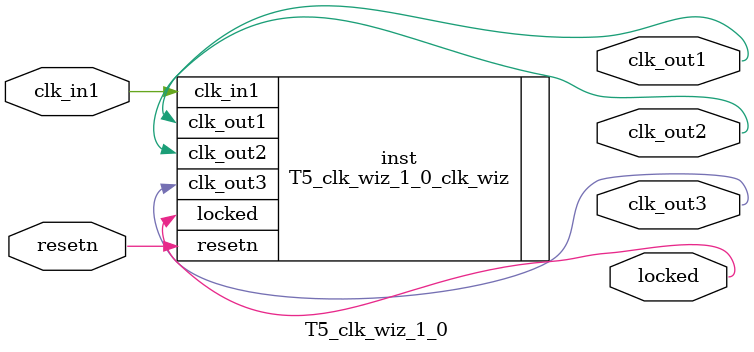
<source format=v>


`timescale 1ps/1ps

(* CORE_GENERATION_INFO = "T5_clk_wiz_1_0,clk_wiz_v6_0_2_0_0,{component_name=T5_clk_wiz_1_0,use_phase_alignment=true,use_min_o_jitter=false,use_max_i_jitter=false,use_dyn_phase_shift=false,use_inclk_switchover=false,use_dyn_reconfig=false,enable_axi=0,feedback_source=FDBK_AUTO,PRIMITIVE=MMCM,num_out_clk=3,clkin1_period=10.000,clkin2_period=10.000,use_power_down=false,use_reset=true,use_locked=true,use_inclk_stopped=false,feedback_type=SINGLE,CLOCK_MGR_TYPE=NA,manual_override=false}" *)

module T5_clk_wiz_1_0 
 (
  // Clock out ports
  output        clk_out1,
  output        clk_out2,
  output        clk_out3,
  // Status and control signals
  input         resetn,
  output        locked,
 // Clock in ports
  input         clk_in1
 );

  T5_clk_wiz_1_0_clk_wiz inst
  (
  // Clock out ports  
  .clk_out1(clk_out1),
  .clk_out2(clk_out2),
  .clk_out3(clk_out3),
  // Status and control signals               
  .resetn(resetn), 
  .locked(locked),
 // Clock in ports
  .clk_in1(clk_in1)
  );

endmodule

</source>
